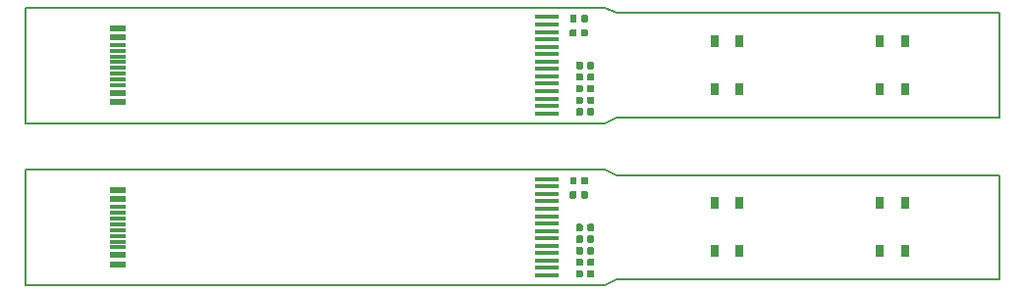
<source format=gbp>
%MOIN*%
%OFA0B0*%
%FSLAX46Y46*%
%IPPOS*%
%LPD*%
%ADD10C,0.005905511811023622*%
%ADD11R,0.057086614173228349X0.023622047244094488*%
%ADD12R,0.057086614173228349X0.011811023622047244*%
%ADD13R,0.025590551181102365X0.041338582677165357*%
%ADD14R,0.07874015748031496X0.012598425196850395*%
%ADD15C,0.0039370078740157488*%
%ADD16C,0.023228346456692913*%
%ADD27C,0.005905511811023622*%
%ADD28R,0.057086614173228349X0.023622047244094488*%
%ADD29R,0.057086614173228349X0.011811023622047244*%
%ADD30R,0.025590551181102365X0.041338582677165357*%
%ADD31R,0.07874015748031496X0.012598425196850395*%
%ADD32C,0.0039370078740157488*%
%ADD33C,0.023228346456692913*%
D10*
X0002007874Y0001279527D02*
X0003307086Y0001279527D01*
X0001968503Y0001299212D02*
X0002007874Y0001279527D01*
X0001968503Y0000905511D02*
X0002007874Y0000925196D01*
X0002007874Y0000925196D02*
X0003307086Y0000925196D01*
X0000000000Y0001299212D02*
X0000000000Y0000905511D01*
X0001968503Y0000905511D02*
X0000000000Y0000905511D01*
X0003307086Y0001279527D02*
X0003307086Y0000925196D01*
X0000000000Y0001299212D02*
X0001968503Y0001299212D01*
D11*
X0000314960Y0001228740D03*
X0000314960Y0001197244D03*
D12*
X0000314960Y0001171653D03*
X0000314960Y0001151968D03*
X0000314960Y0001132283D03*
X0000314960Y0001112598D03*
X0000314960Y0001092913D03*
X0000314960Y0001073228D03*
X0000314960Y0001053543D03*
X0000314960Y0001033858D03*
D11*
X0000314960Y0001008267D03*
X0000314960Y0000976771D03*
D13*
X0002901574Y0001184055D03*
X0002901574Y0001020669D03*
X0002986220Y0001184055D03*
X0002986220Y0001020669D03*
X0002424212Y0001020669D03*
X0002424212Y0001184055D03*
X0002339566Y0001020669D03*
X0002339566Y0001184055D03*
D14*
X0001771653Y0001266141D03*
X0001771653Y0001240944D03*
X0001771653Y0001215747D03*
X0001771653Y0001190551D03*
X0001771653Y0001165354D03*
X0001771653Y0001140157D03*
X0001771653Y0001114960D03*
X0001771653Y0001089763D03*
X0001771653Y0001064566D03*
X0001771653Y0001039370D03*
X0001771653Y0001014173D03*
X0001771653Y0000988976D03*
X0001771653Y0000963779D03*
X0001771653Y0000938582D03*
D15*
G36*
X0001904407Y0001225168D02*
G01*
X0001904971Y0001225085D01*
X0001905524Y0001224946D01*
X0001906060Y0001224754D01*
X0001906576Y0001224511D01*
X0001907064Y0001224218D01*
X0001907522Y0001223878D01*
X0001907944Y0001223495D01*
X0001908327Y0001223073D01*
X0001908667Y0001222615D01*
X0001908959Y0001222127D01*
X0001909203Y0001221612D01*
X0001909395Y0001221075D01*
X0001909534Y0001220522D01*
X0001909617Y0001219958D01*
X0001909645Y0001219389D01*
X0001909645Y0001205807D01*
X0001909617Y0001205237D01*
X0001909534Y0001204674D01*
X0001909395Y0001204121D01*
X0001909203Y0001203584D01*
X0001908959Y0001203069D01*
X0001908667Y0001202580D01*
X0001908327Y0001202123D01*
X0001907944Y0001201700D01*
X0001907522Y0001201318D01*
X0001907064Y0001200978D01*
X0001906576Y0001200685D01*
X0001906060Y0001200442D01*
X0001905524Y0001200250D01*
X0001904971Y0001200111D01*
X0001904407Y0001200027D01*
X0001903838Y0001200000D01*
X0001892224Y0001200000D01*
X0001891655Y0001200027D01*
X0001891091Y0001200111D01*
X0001890538Y0001200250D01*
X0001890002Y0001200442D01*
X0001889486Y0001200685D01*
X0001888998Y0001200978D01*
X0001888540Y0001201318D01*
X0001888118Y0001201700D01*
X0001887735Y0001202123D01*
X0001887395Y0001202580D01*
X0001887103Y0001203069D01*
X0001886859Y0001203584D01*
X0001886667Y0001204121D01*
X0001886528Y0001204674D01*
X0001886445Y0001205237D01*
X0001886417Y0001205807D01*
X0001886417Y0001219389D01*
X0001886445Y0001219958D01*
X0001886528Y0001220522D01*
X0001886667Y0001221075D01*
X0001886859Y0001221612D01*
X0001887103Y0001222127D01*
X0001887395Y0001222615D01*
X0001887735Y0001223073D01*
X0001888118Y0001223495D01*
X0001888540Y0001223878D01*
X0001888998Y0001224218D01*
X0001889486Y0001224511D01*
X0001890002Y0001224754D01*
X0001890538Y0001224946D01*
X0001891091Y0001225085D01*
X0001891655Y0001225168D01*
X0001892224Y0001225196D01*
X0001903838Y0001225196D01*
X0001904407Y0001225168D01*
X0001904407Y0001225168D01*
G37*
D16*
X0001898031Y0001212598D03*
D15*
G36*
X0001866218Y0001225168D02*
G01*
X0001866782Y0001225085D01*
X0001867335Y0001224946D01*
X0001867871Y0001224754D01*
X0001868387Y0001224511D01*
X0001868875Y0001224218D01*
X0001869333Y0001223878D01*
X0001869755Y0001223495D01*
X0001870138Y0001223073D01*
X0001870478Y0001222615D01*
X0001870770Y0001222127D01*
X0001871014Y0001221612D01*
X0001871206Y0001221075D01*
X0001871345Y0001220522D01*
X0001871428Y0001219958D01*
X0001871456Y0001219389D01*
X0001871456Y0001205807D01*
X0001871428Y0001205237D01*
X0001871345Y0001204674D01*
X0001871206Y0001204121D01*
X0001871014Y0001203584D01*
X0001870770Y0001203069D01*
X0001870478Y0001202580D01*
X0001870138Y0001202123D01*
X0001869755Y0001201700D01*
X0001869333Y0001201318D01*
X0001868875Y0001200978D01*
X0001868387Y0001200685D01*
X0001867871Y0001200442D01*
X0001867335Y0001200250D01*
X0001866782Y0001200111D01*
X0001866218Y0001200027D01*
X0001865649Y0001200000D01*
X0001854035Y0001200000D01*
X0001853466Y0001200027D01*
X0001852902Y0001200111D01*
X0001852349Y0001200250D01*
X0001851813Y0001200442D01*
X0001851297Y0001200685D01*
X0001850809Y0001200978D01*
X0001850351Y0001201318D01*
X0001849929Y0001201700D01*
X0001849546Y0001202123D01*
X0001849207Y0001202580D01*
X0001848914Y0001203069D01*
X0001848670Y0001203584D01*
X0001848478Y0001204121D01*
X0001848339Y0001204674D01*
X0001848256Y0001205237D01*
X0001848228Y0001205807D01*
X0001848228Y0001219389D01*
X0001848256Y0001219958D01*
X0001848339Y0001220522D01*
X0001848478Y0001221075D01*
X0001848670Y0001221612D01*
X0001848914Y0001222127D01*
X0001849207Y0001222615D01*
X0001849546Y0001223073D01*
X0001849929Y0001223495D01*
X0001850351Y0001223878D01*
X0001850809Y0001224218D01*
X0001851297Y0001224511D01*
X0001851813Y0001224754D01*
X0001852349Y0001224946D01*
X0001852902Y0001225085D01*
X0001853466Y0001225168D01*
X0001854035Y0001225196D01*
X0001865649Y0001225196D01*
X0001866218Y0001225168D01*
X0001866218Y0001225168D01*
G37*
D16*
X0001859842Y0001212598D03*
D15*
G36*
X0001926061Y0000995838D02*
G01*
X0001926625Y0000995754D01*
X0001927177Y0000995616D01*
X0001927714Y0000995424D01*
X0001928229Y0000995180D01*
X0001928718Y0000994887D01*
X0001929176Y0000994547D01*
X0001929598Y0000994165D01*
X0001929981Y0000993743D01*
X0001930320Y0000993285D01*
X0001930613Y0000992796D01*
X0001930857Y0000992281D01*
X0001931049Y0000991744D01*
X0001931187Y0000991191D01*
X0001931271Y0000990628D01*
X0001931299Y0000990059D01*
X0001931299Y0000976476D01*
X0001931271Y0000975907D01*
X0001931187Y0000975343D01*
X0001931049Y0000974790D01*
X0001930857Y0000974254D01*
X0001930613Y0000973738D01*
X0001930320Y0000973250D01*
X0001929981Y0000972792D01*
X0001929598Y0000972370D01*
X0001929176Y0000971987D01*
X0001928718Y0000971647D01*
X0001928229Y0000971354D01*
X0001927714Y0000971111D01*
X0001927177Y0000970919D01*
X0001926625Y0000970780D01*
X0001926061Y0000970697D01*
X0001925492Y0000970669D01*
X0001913877Y0000970669D01*
X0001913308Y0000970697D01*
X0001912745Y0000970780D01*
X0001912192Y0000970919D01*
X0001911655Y0000971111D01*
X0001911140Y0000971354D01*
X0001910651Y0000971647D01*
X0001910193Y0000971987D01*
X0001909771Y0000972370D01*
X0001909389Y0000972792D01*
X0001909049Y0000973250D01*
X0001908756Y0000973738D01*
X0001908512Y0000974254D01*
X0001908320Y0000974790D01*
X0001908182Y0000975343D01*
X0001908098Y0000975907D01*
X0001908070Y0000976476D01*
X0001908070Y0000990059D01*
X0001908098Y0000990628D01*
X0001908182Y0000991191D01*
X0001908320Y0000991744D01*
X0001908512Y0000992281D01*
X0001908756Y0000992796D01*
X0001909049Y0000993285D01*
X0001909389Y0000993743D01*
X0001909771Y0000994165D01*
X0001910193Y0000994547D01*
X0001910651Y0000994887D01*
X0001911140Y0000995180D01*
X0001911655Y0000995424D01*
X0001912192Y0000995616D01*
X0001912745Y0000995754D01*
X0001913308Y0000995838D01*
X0001913877Y0000995866D01*
X0001925492Y0000995866D01*
X0001926061Y0000995838D01*
X0001926061Y0000995838D01*
G37*
D16*
X0001919685Y0000983267D03*
D15*
G36*
X0001887872Y0000995838D02*
G01*
X0001888436Y0000995754D01*
X0001888988Y0000995616D01*
X0001889525Y0000995424D01*
X0001890040Y0000995180D01*
X0001890529Y0000994887D01*
X0001890987Y0000994547D01*
X0001891409Y0000994165D01*
X0001891792Y0000993743D01*
X0001892131Y0000993285D01*
X0001892424Y0000992796D01*
X0001892668Y0000992281D01*
X0001892860Y0000991744D01*
X0001892998Y0000991191D01*
X0001893082Y0000990628D01*
X0001893110Y0000990059D01*
X0001893110Y0000976476D01*
X0001893082Y0000975907D01*
X0001892998Y0000975343D01*
X0001892860Y0000974790D01*
X0001892668Y0000974254D01*
X0001892424Y0000973738D01*
X0001892131Y0000973250D01*
X0001891792Y0000972792D01*
X0001891409Y0000972370D01*
X0001890987Y0000971987D01*
X0001890529Y0000971647D01*
X0001890040Y0000971354D01*
X0001889525Y0000971111D01*
X0001888988Y0000970919D01*
X0001888436Y0000970780D01*
X0001887872Y0000970697D01*
X0001887303Y0000970669D01*
X0001875688Y0000970669D01*
X0001875119Y0000970697D01*
X0001874556Y0000970780D01*
X0001874003Y0000970919D01*
X0001873466Y0000971111D01*
X0001872951Y0000971354D01*
X0001872462Y0000971647D01*
X0001872005Y0000971987D01*
X0001871582Y0000972370D01*
X0001871200Y0000972792D01*
X0001870860Y0000973250D01*
X0001870567Y0000973738D01*
X0001870323Y0000974254D01*
X0001870131Y0000974790D01*
X0001869993Y0000975343D01*
X0001869909Y0000975907D01*
X0001869881Y0000976476D01*
X0001869881Y0000990059D01*
X0001869909Y0000990628D01*
X0001869993Y0000991191D01*
X0001870131Y0000991744D01*
X0001870323Y0000992281D01*
X0001870567Y0000992796D01*
X0001870860Y0000993285D01*
X0001871200Y0000993743D01*
X0001871582Y0000994165D01*
X0001872005Y0000994547D01*
X0001872462Y0000994887D01*
X0001872951Y0000995180D01*
X0001873466Y0000995424D01*
X0001874003Y0000995616D01*
X0001874556Y0000995754D01*
X0001875119Y0000995838D01*
X0001875688Y0000995866D01*
X0001887303Y0000995866D01*
X0001887872Y0000995838D01*
X0001887872Y0000995838D01*
G37*
D16*
X0001881496Y0000983267D03*
D15*
G36*
X0001867203Y0001273397D02*
G01*
X0001867766Y0001273313D01*
X0001868319Y0001273175D01*
X0001868856Y0001272983D01*
X0001869371Y0001272739D01*
X0001869860Y0001272446D01*
X0001870317Y0001272107D01*
X0001870740Y0001271724D01*
X0001871122Y0001271302D01*
X0001871462Y0001270844D01*
X0001871755Y0001270355D01*
X0001871998Y0001269840D01*
X0001872190Y0001269303D01*
X0001872329Y0001268751D01*
X0001872412Y0001268187D01*
X0001872440Y0001267618D01*
X0001872440Y0001254035D01*
X0001872412Y0001253466D01*
X0001872329Y0001252902D01*
X0001872190Y0001252349D01*
X0001871998Y0001251813D01*
X0001871755Y0001251297D01*
X0001871462Y0001250809D01*
X0001871122Y0001250351D01*
X0001870740Y0001249929D01*
X0001870317Y0001249546D01*
X0001869860Y0001249206D01*
X0001869371Y0001248914D01*
X0001868856Y0001248670D01*
X0001868319Y0001248478D01*
X0001867766Y0001248339D01*
X0001867203Y0001248256D01*
X0001866633Y0001248228D01*
X0001855019Y0001248228D01*
X0001854450Y0001248256D01*
X0001853886Y0001248339D01*
X0001853333Y0001248478D01*
X0001852797Y0001248670D01*
X0001852282Y0001248914D01*
X0001851793Y0001249206D01*
X0001851335Y0001249546D01*
X0001850913Y0001249929D01*
X0001850530Y0001250351D01*
X0001850191Y0001250809D01*
X0001849898Y0001251297D01*
X0001849654Y0001251813D01*
X0001849462Y0001252349D01*
X0001849324Y0001252902D01*
X0001849240Y0001253466D01*
X0001849212Y0001254035D01*
X0001849212Y0001267618D01*
X0001849240Y0001268187D01*
X0001849324Y0001268751D01*
X0001849462Y0001269303D01*
X0001849654Y0001269840D01*
X0001849898Y0001270355D01*
X0001850191Y0001270844D01*
X0001850530Y0001271302D01*
X0001850913Y0001271724D01*
X0001851335Y0001272107D01*
X0001851793Y0001272446D01*
X0001852282Y0001272739D01*
X0001852797Y0001272983D01*
X0001853333Y0001273175D01*
X0001853886Y0001273313D01*
X0001854450Y0001273397D01*
X0001855019Y0001273425D01*
X0001866633Y0001273425D01*
X0001867203Y0001273397D01*
X0001867203Y0001273397D01*
G37*
D16*
X0001860826Y0001260826D03*
D15*
G36*
X0001905392Y0001273397D02*
G01*
X0001905955Y0001273313D01*
X0001906508Y0001273175D01*
X0001907045Y0001272983D01*
X0001907560Y0001272739D01*
X0001908049Y0001272446D01*
X0001908506Y0001272107D01*
X0001908929Y0001271724D01*
X0001909311Y0001271302D01*
X0001909651Y0001270844D01*
X0001909944Y0001270355D01*
X0001910187Y0001269840D01*
X0001910379Y0001269303D01*
X0001910518Y0001268751D01*
X0001910601Y0001268187D01*
X0001910629Y0001267618D01*
X0001910629Y0001254035D01*
X0001910601Y0001253466D01*
X0001910518Y0001252902D01*
X0001910379Y0001252349D01*
X0001910187Y0001251813D01*
X0001909944Y0001251297D01*
X0001909651Y0001250809D01*
X0001909311Y0001250351D01*
X0001908929Y0001249929D01*
X0001908506Y0001249546D01*
X0001908049Y0001249206D01*
X0001907560Y0001248914D01*
X0001907045Y0001248670D01*
X0001906508Y0001248478D01*
X0001905955Y0001248339D01*
X0001905392Y0001248256D01*
X0001904822Y0001248228D01*
X0001893208Y0001248228D01*
X0001892639Y0001248256D01*
X0001892075Y0001248339D01*
X0001891522Y0001248478D01*
X0001890986Y0001248670D01*
X0001890471Y0001248914D01*
X0001889982Y0001249206D01*
X0001889524Y0001249546D01*
X0001889102Y0001249929D01*
X0001888719Y0001250351D01*
X0001888380Y0001250809D01*
X0001888087Y0001251297D01*
X0001887843Y0001251813D01*
X0001887651Y0001252349D01*
X0001887513Y0001252902D01*
X0001887429Y0001253466D01*
X0001887401Y0001254035D01*
X0001887401Y0001267618D01*
X0001887429Y0001268187D01*
X0001887513Y0001268751D01*
X0001887651Y0001269303D01*
X0001887843Y0001269840D01*
X0001888087Y0001270355D01*
X0001888380Y0001270844D01*
X0001888719Y0001271302D01*
X0001889102Y0001271724D01*
X0001889524Y0001272107D01*
X0001889982Y0001272446D01*
X0001890471Y0001272739D01*
X0001890986Y0001272983D01*
X0001891522Y0001273175D01*
X0001892075Y0001273313D01*
X0001892639Y0001273397D01*
X0001893208Y0001273425D01*
X0001904822Y0001273425D01*
X0001905392Y0001273397D01*
X0001905392Y0001273397D01*
G37*
D16*
X0001899015Y0001260826D03*
D15*
G36*
X0001926061Y0000956468D02*
G01*
X0001926625Y0000956384D01*
X0001927177Y0000956246D01*
X0001927714Y0000956054D01*
X0001928229Y0000955810D01*
X0001928718Y0000955517D01*
X0001929176Y0000955177D01*
X0001929598Y0000954795D01*
X0001929981Y0000954372D01*
X0001930320Y0000953915D01*
X0001930613Y0000953426D01*
X0001930857Y0000952911D01*
X0001931049Y0000952374D01*
X0001931187Y0000951821D01*
X0001931271Y0000951258D01*
X0001931299Y0000950688D01*
X0001931299Y0000937106D01*
X0001931271Y0000936537D01*
X0001931187Y0000935973D01*
X0001931049Y0000935420D01*
X0001930857Y0000934884D01*
X0001930613Y0000934368D01*
X0001930320Y0000933880D01*
X0001929981Y0000933422D01*
X0001929598Y0000933000D01*
X0001929176Y0000932617D01*
X0001928718Y0000932277D01*
X0001928229Y0000931984D01*
X0001927714Y0000931741D01*
X0001927177Y0000931549D01*
X0001926625Y0000931410D01*
X0001926061Y0000931327D01*
X0001925492Y0000931299D01*
X0001913877Y0000931299D01*
X0001913308Y0000931327D01*
X0001912745Y0000931410D01*
X0001912192Y0000931549D01*
X0001911655Y0000931741D01*
X0001911140Y0000931984D01*
X0001910651Y0000932277D01*
X0001910193Y0000932617D01*
X0001909771Y0000933000D01*
X0001909389Y0000933422D01*
X0001909049Y0000933880D01*
X0001908756Y0000934368D01*
X0001908512Y0000934884D01*
X0001908320Y0000935420D01*
X0001908182Y0000935973D01*
X0001908098Y0000936537D01*
X0001908070Y0000937106D01*
X0001908070Y0000950688D01*
X0001908098Y0000951258D01*
X0001908182Y0000951821D01*
X0001908320Y0000952374D01*
X0001908512Y0000952911D01*
X0001908756Y0000953426D01*
X0001909049Y0000953915D01*
X0001909389Y0000954372D01*
X0001909771Y0000954795D01*
X0001910193Y0000955177D01*
X0001910651Y0000955517D01*
X0001911140Y0000955810D01*
X0001911655Y0000956054D01*
X0001912192Y0000956246D01*
X0001912745Y0000956384D01*
X0001913308Y0000956468D01*
X0001913877Y0000956496D01*
X0001925492Y0000956496D01*
X0001926061Y0000956468D01*
X0001926061Y0000956468D01*
G37*
D16*
X0001919685Y0000943897D03*
D15*
G36*
X0001887872Y0000956468D02*
G01*
X0001888436Y0000956384D01*
X0001888988Y0000956246D01*
X0001889525Y0000956054D01*
X0001890040Y0000955810D01*
X0001890529Y0000955517D01*
X0001890987Y0000955177D01*
X0001891409Y0000954795D01*
X0001891792Y0000954372D01*
X0001892131Y0000953915D01*
X0001892424Y0000953426D01*
X0001892668Y0000952911D01*
X0001892860Y0000952374D01*
X0001892998Y0000951821D01*
X0001893082Y0000951258D01*
X0001893110Y0000950688D01*
X0001893110Y0000937106D01*
X0001893082Y0000936537D01*
X0001892998Y0000935973D01*
X0001892860Y0000935420D01*
X0001892668Y0000934884D01*
X0001892424Y0000934368D01*
X0001892131Y0000933880D01*
X0001891792Y0000933422D01*
X0001891409Y0000933000D01*
X0001890987Y0000932617D01*
X0001890529Y0000932277D01*
X0001890040Y0000931984D01*
X0001889525Y0000931741D01*
X0001888988Y0000931549D01*
X0001888436Y0000931410D01*
X0001887872Y0000931327D01*
X0001887303Y0000931299D01*
X0001875688Y0000931299D01*
X0001875119Y0000931327D01*
X0001874556Y0000931410D01*
X0001874003Y0000931549D01*
X0001873466Y0000931741D01*
X0001872951Y0000931984D01*
X0001872462Y0000932277D01*
X0001872005Y0000932617D01*
X0001871582Y0000933000D01*
X0001871200Y0000933422D01*
X0001870860Y0000933880D01*
X0001870567Y0000934368D01*
X0001870323Y0000934884D01*
X0001870131Y0000935420D01*
X0001869993Y0000935973D01*
X0001869909Y0000936537D01*
X0001869881Y0000937106D01*
X0001869881Y0000950688D01*
X0001869909Y0000951258D01*
X0001869993Y0000951821D01*
X0001870131Y0000952374D01*
X0001870323Y0000952911D01*
X0001870567Y0000953426D01*
X0001870860Y0000953915D01*
X0001871200Y0000954372D01*
X0001871582Y0000954795D01*
X0001872005Y0000955177D01*
X0001872462Y0000955517D01*
X0001872951Y0000955810D01*
X0001873466Y0000956054D01*
X0001874003Y0000956246D01*
X0001874556Y0000956384D01*
X0001875119Y0000956468D01*
X0001875688Y0000956496D01*
X0001887303Y0000956496D01*
X0001887872Y0000956468D01*
X0001887872Y0000956468D01*
G37*
D16*
X0001881496Y0000943897D03*
D15*
G36*
X0001926061Y0001113948D02*
G01*
X0001926625Y0001113864D01*
X0001927177Y0001113726D01*
X0001927714Y0001113534D01*
X0001928229Y0001113290D01*
X0001928718Y0001112997D01*
X0001929176Y0001112658D01*
X0001929598Y0001112275D01*
X0001929981Y0001111853D01*
X0001930320Y0001111395D01*
X0001930613Y0001110906D01*
X0001930857Y0001110391D01*
X0001931049Y0001109854D01*
X0001931187Y0001109302D01*
X0001931271Y0001108738D01*
X0001931299Y0001108169D01*
X0001931299Y0001094586D01*
X0001931271Y0001094017D01*
X0001931187Y0001093453D01*
X0001931049Y0001092900D01*
X0001930857Y0001092364D01*
X0001930613Y0001091849D01*
X0001930320Y0001091360D01*
X0001929981Y0001090902D01*
X0001929598Y0001090480D01*
X0001929176Y0001090097D01*
X0001928718Y0001089758D01*
X0001928229Y0001089465D01*
X0001927714Y0001089221D01*
X0001927177Y0001089029D01*
X0001926625Y0001088891D01*
X0001926061Y0001088807D01*
X0001925492Y0001088779D01*
X0001913877Y0001088779D01*
X0001913308Y0001088807D01*
X0001912745Y0001088891D01*
X0001912192Y0001089029D01*
X0001911655Y0001089221D01*
X0001911140Y0001089465D01*
X0001910651Y0001089758D01*
X0001910193Y0001090097D01*
X0001909771Y0001090480D01*
X0001909389Y0001090902D01*
X0001909049Y0001091360D01*
X0001908756Y0001091849D01*
X0001908512Y0001092364D01*
X0001908320Y0001092900D01*
X0001908182Y0001093453D01*
X0001908098Y0001094017D01*
X0001908070Y0001094586D01*
X0001908070Y0001108169D01*
X0001908098Y0001108738D01*
X0001908182Y0001109302D01*
X0001908320Y0001109854D01*
X0001908512Y0001110391D01*
X0001908756Y0001110906D01*
X0001909049Y0001111395D01*
X0001909389Y0001111853D01*
X0001909771Y0001112275D01*
X0001910193Y0001112658D01*
X0001910651Y0001112997D01*
X0001911140Y0001113290D01*
X0001911655Y0001113534D01*
X0001912192Y0001113726D01*
X0001912745Y0001113864D01*
X0001913308Y0001113948D01*
X0001913877Y0001113976D01*
X0001925492Y0001113976D01*
X0001926061Y0001113948D01*
X0001926061Y0001113948D01*
G37*
D16*
X0001919685Y0001101377D03*
D15*
G36*
X0001887872Y0001113948D02*
G01*
X0001888436Y0001113864D01*
X0001888988Y0001113726D01*
X0001889525Y0001113534D01*
X0001890040Y0001113290D01*
X0001890529Y0001112997D01*
X0001890987Y0001112658D01*
X0001891409Y0001112275D01*
X0001891792Y0001111853D01*
X0001892131Y0001111395D01*
X0001892424Y0001110906D01*
X0001892668Y0001110391D01*
X0001892860Y0001109854D01*
X0001892998Y0001109302D01*
X0001893082Y0001108738D01*
X0001893110Y0001108169D01*
X0001893110Y0001094586D01*
X0001893082Y0001094017D01*
X0001892998Y0001093453D01*
X0001892860Y0001092900D01*
X0001892668Y0001092364D01*
X0001892424Y0001091849D01*
X0001892131Y0001091360D01*
X0001891792Y0001090902D01*
X0001891409Y0001090480D01*
X0001890987Y0001090097D01*
X0001890529Y0001089758D01*
X0001890040Y0001089465D01*
X0001889525Y0001089221D01*
X0001888988Y0001089029D01*
X0001888436Y0001088891D01*
X0001887872Y0001088807D01*
X0001887303Y0001088779D01*
X0001875688Y0001088779D01*
X0001875119Y0001088807D01*
X0001874556Y0001088891D01*
X0001874003Y0001089029D01*
X0001873466Y0001089221D01*
X0001872951Y0001089465D01*
X0001872462Y0001089758D01*
X0001872005Y0001090097D01*
X0001871582Y0001090480D01*
X0001871200Y0001090902D01*
X0001870860Y0001091360D01*
X0001870567Y0001091849D01*
X0001870323Y0001092364D01*
X0001870131Y0001092900D01*
X0001869993Y0001093453D01*
X0001869909Y0001094017D01*
X0001869881Y0001094586D01*
X0001869881Y0001108169D01*
X0001869909Y0001108738D01*
X0001869993Y0001109302D01*
X0001870131Y0001109854D01*
X0001870323Y0001110391D01*
X0001870567Y0001110906D01*
X0001870860Y0001111395D01*
X0001871200Y0001111853D01*
X0001871582Y0001112275D01*
X0001872005Y0001112658D01*
X0001872462Y0001112997D01*
X0001872951Y0001113290D01*
X0001873466Y0001113534D01*
X0001874003Y0001113726D01*
X0001874556Y0001113864D01*
X0001875119Y0001113948D01*
X0001875688Y0001113976D01*
X0001887303Y0001113976D01*
X0001887872Y0001113948D01*
X0001887872Y0001113948D01*
G37*
D16*
X0001881496Y0001101377D03*
D15*
G36*
X0001926061Y0001035208D02*
G01*
X0001926625Y0001035124D01*
X0001927177Y0001034986D01*
X0001927714Y0001034794D01*
X0001928229Y0001034550D01*
X0001928718Y0001034257D01*
X0001929176Y0001033918D01*
X0001929598Y0001033535D01*
X0001929981Y0001033113D01*
X0001930320Y0001032655D01*
X0001930613Y0001032166D01*
X0001930857Y0001031651D01*
X0001931049Y0001031114D01*
X0001931187Y0001030562D01*
X0001931271Y0001029998D01*
X0001931299Y0001029429D01*
X0001931299Y0001015846D01*
X0001931271Y0001015277D01*
X0001931187Y0001014713D01*
X0001931049Y0001014160D01*
X0001930857Y0001013624D01*
X0001930613Y0001013108D01*
X0001930320Y0001012620D01*
X0001929981Y0001012162D01*
X0001929598Y0001011740D01*
X0001929176Y0001011357D01*
X0001928718Y0001011017D01*
X0001928229Y0001010725D01*
X0001927714Y0001010481D01*
X0001927177Y0001010289D01*
X0001926625Y0001010150D01*
X0001926061Y0001010067D01*
X0001925492Y0001010039D01*
X0001913877Y0001010039D01*
X0001913308Y0001010067D01*
X0001912745Y0001010150D01*
X0001912192Y0001010289D01*
X0001911655Y0001010481D01*
X0001911140Y0001010725D01*
X0001910651Y0001011017D01*
X0001910193Y0001011357D01*
X0001909771Y0001011740D01*
X0001909389Y0001012162D01*
X0001909049Y0001012620D01*
X0001908756Y0001013108D01*
X0001908512Y0001013624D01*
X0001908320Y0001014160D01*
X0001908182Y0001014713D01*
X0001908098Y0001015277D01*
X0001908070Y0001015846D01*
X0001908070Y0001029429D01*
X0001908098Y0001029998D01*
X0001908182Y0001030562D01*
X0001908320Y0001031114D01*
X0001908512Y0001031651D01*
X0001908756Y0001032166D01*
X0001909049Y0001032655D01*
X0001909389Y0001033113D01*
X0001909771Y0001033535D01*
X0001910193Y0001033918D01*
X0001910651Y0001034257D01*
X0001911140Y0001034550D01*
X0001911655Y0001034794D01*
X0001912192Y0001034986D01*
X0001912745Y0001035124D01*
X0001913308Y0001035208D01*
X0001913877Y0001035236D01*
X0001925492Y0001035236D01*
X0001926061Y0001035208D01*
X0001926061Y0001035208D01*
G37*
D16*
X0001919685Y0001022637D03*
D15*
G36*
X0001887872Y0001035208D02*
G01*
X0001888436Y0001035124D01*
X0001888988Y0001034986D01*
X0001889525Y0001034794D01*
X0001890040Y0001034550D01*
X0001890529Y0001034257D01*
X0001890987Y0001033918D01*
X0001891409Y0001033535D01*
X0001891792Y0001033113D01*
X0001892131Y0001032655D01*
X0001892424Y0001032166D01*
X0001892668Y0001031651D01*
X0001892860Y0001031114D01*
X0001892998Y0001030562D01*
X0001893082Y0001029998D01*
X0001893110Y0001029429D01*
X0001893110Y0001015846D01*
X0001893082Y0001015277D01*
X0001892998Y0001014713D01*
X0001892860Y0001014160D01*
X0001892668Y0001013624D01*
X0001892424Y0001013108D01*
X0001892131Y0001012620D01*
X0001891792Y0001012162D01*
X0001891409Y0001011740D01*
X0001890987Y0001011357D01*
X0001890529Y0001011017D01*
X0001890040Y0001010725D01*
X0001889525Y0001010481D01*
X0001888988Y0001010289D01*
X0001888436Y0001010150D01*
X0001887872Y0001010067D01*
X0001887303Y0001010039D01*
X0001875688Y0001010039D01*
X0001875119Y0001010067D01*
X0001874556Y0001010150D01*
X0001874003Y0001010289D01*
X0001873466Y0001010481D01*
X0001872951Y0001010725D01*
X0001872462Y0001011017D01*
X0001872005Y0001011357D01*
X0001871582Y0001011740D01*
X0001871200Y0001012162D01*
X0001870860Y0001012620D01*
X0001870567Y0001013108D01*
X0001870323Y0001013624D01*
X0001870131Y0001014160D01*
X0001869993Y0001014713D01*
X0001869909Y0001015277D01*
X0001869881Y0001015846D01*
X0001869881Y0001029429D01*
X0001869909Y0001029998D01*
X0001869993Y0001030562D01*
X0001870131Y0001031114D01*
X0001870323Y0001031651D01*
X0001870567Y0001032166D01*
X0001870860Y0001032655D01*
X0001871200Y0001033113D01*
X0001871582Y0001033535D01*
X0001872005Y0001033918D01*
X0001872462Y0001034257D01*
X0001872951Y0001034550D01*
X0001873466Y0001034794D01*
X0001874003Y0001034986D01*
X0001874556Y0001035124D01*
X0001875119Y0001035208D01*
X0001875688Y0001035236D01*
X0001887303Y0001035236D01*
X0001887872Y0001035208D01*
X0001887872Y0001035208D01*
G37*
D16*
X0001881496Y0001022637D03*
D15*
G36*
X0001926061Y0001074578D02*
G01*
X0001926625Y0001074494D01*
X0001927177Y0001074356D01*
X0001927714Y0001074164D01*
X0001928229Y0001073920D01*
X0001928718Y0001073627D01*
X0001929176Y0001073288D01*
X0001929598Y0001072905D01*
X0001929981Y0001072483D01*
X0001930320Y0001072025D01*
X0001930613Y0001071536D01*
X0001930857Y0001071021D01*
X0001931049Y0001070484D01*
X0001931187Y0001069932D01*
X0001931271Y0001069368D01*
X0001931299Y0001068799D01*
X0001931299Y0001055216D01*
X0001931271Y0001054647D01*
X0001931187Y0001054083D01*
X0001931049Y0001053530D01*
X0001930857Y0001052994D01*
X0001930613Y0001052479D01*
X0001930320Y0001051990D01*
X0001929981Y0001051532D01*
X0001929598Y0001051110D01*
X0001929176Y0001050727D01*
X0001928718Y0001050388D01*
X0001928229Y0001050095D01*
X0001927714Y0001049851D01*
X0001927177Y0001049659D01*
X0001926625Y0001049520D01*
X0001926061Y0001049437D01*
X0001925492Y0001049409D01*
X0001913877Y0001049409D01*
X0001913308Y0001049437D01*
X0001912745Y0001049520D01*
X0001912192Y0001049659D01*
X0001911655Y0001049851D01*
X0001911140Y0001050095D01*
X0001910651Y0001050388D01*
X0001910193Y0001050727D01*
X0001909771Y0001051110D01*
X0001909389Y0001051532D01*
X0001909049Y0001051990D01*
X0001908756Y0001052479D01*
X0001908512Y0001052994D01*
X0001908320Y0001053530D01*
X0001908182Y0001054083D01*
X0001908098Y0001054647D01*
X0001908070Y0001055216D01*
X0001908070Y0001068799D01*
X0001908098Y0001069368D01*
X0001908182Y0001069932D01*
X0001908320Y0001070484D01*
X0001908512Y0001071021D01*
X0001908756Y0001071536D01*
X0001909049Y0001072025D01*
X0001909389Y0001072483D01*
X0001909771Y0001072905D01*
X0001910193Y0001073288D01*
X0001910651Y0001073627D01*
X0001911140Y0001073920D01*
X0001911655Y0001074164D01*
X0001912192Y0001074356D01*
X0001912745Y0001074494D01*
X0001913308Y0001074578D01*
X0001913877Y0001074606D01*
X0001925492Y0001074606D01*
X0001926061Y0001074578D01*
X0001926061Y0001074578D01*
G37*
D16*
X0001919685Y0001062007D03*
D15*
G36*
X0001887872Y0001074578D02*
G01*
X0001888436Y0001074494D01*
X0001888988Y0001074356D01*
X0001889525Y0001074164D01*
X0001890040Y0001073920D01*
X0001890529Y0001073627D01*
X0001890987Y0001073288D01*
X0001891409Y0001072905D01*
X0001891792Y0001072483D01*
X0001892131Y0001072025D01*
X0001892424Y0001071536D01*
X0001892668Y0001071021D01*
X0001892860Y0001070484D01*
X0001892998Y0001069932D01*
X0001893082Y0001069368D01*
X0001893110Y0001068799D01*
X0001893110Y0001055216D01*
X0001893082Y0001054647D01*
X0001892998Y0001054083D01*
X0001892860Y0001053530D01*
X0001892668Y0001052994D01*
X0001892424Y0001052479D01*
X0001892131Y0001051990D01*
X0001891792Y0001051532D01*
X0001891409Y0001051110D01*
X0001890987Y0001050727D01*
X0001890529Y0001050388D01*
X0001890040Y0001050095D01*
X0001889525Y0001049851D01*
X0001888988Y0001049659D01*
X0001888436Y0001049520D01*
X0001887872Y0001049437D01*
X0001887303Y0001049409D01*
X0001875688Y0001049409D01*
X0001875119Y0001049437D01*
X0001874556Y0001049520D01*
X0001874003Y0001049659D01*
X0001873466Y0001049851D01*
X0001872951Y0001050095D01*
X0001872462Y0001050388D01*
X0001872005Y0001050727D01*
X0001871582Y0001051110D01*
X0001871200Y0001051532D01*
X0001870860Y0001051990D01*
X0001870567Y0001052479D01*
X0001870323Y0001052994D01*
X0001870131Y0001053530D01*
X0001869993Y0001054083D01*
X0001869909Y0001054647D01*
X0001869881Y0001055216D01*
X0001869881Y0001068799D01*
X0001869909Y0001069368D01*
X0001869993Y0001069932D01*
X0001870131Y0001070484D01*
X0001870323Y0001071021D01*
X0001870567Y0001071536D01*
X0001870860Y0001072025D01*
X0001871200Y0001072483D01*
X0001871582Y0001072905D01*
X0001872005Y0001073288D01*
X0001872462Y0001073627D01*
X0001872951Y0001073920D01*
X0001873466Y0001074164D01*
X0001874003Y0001074356D01*
X0001874556Y0001074494D01*
X0001875119Y0001074578D01*
X0001875688Y0001074606D01*
X0001887303Y0001074606D01*
X0001887872Y0001074578D01*
X0001887872Y0001074578D01*
G37*
D16*
X0001881496Y0001062007D03*
G04 next file*
G04 #@! TF.GenerationSoftware,KiCad,Pcbnew,5.1.4+dfsg1-1*
G04 #@! TF.CreationDate,2019-12-23T21:39:53+01:00*
G04 #@! TF.ProjectId,TS100C,54533130-3043-42e6-9b69-6361645f7063,rev?*
G04 #@! TF.SameCoordinates,Original*
G04 #@! TF.FileFunction,Paste,Bot*
G04 #@! TF.FilePolarity,Positive*
G04 Gerber Fmt 4.6, Leading zero omitted, Abs format (unit mm)*
G04 Created by KiCad (PCBNEW 5.1.4+dfsg1-1) date 2019-12-23 21:39:53*
G04 APERTURE LIST*
G04 APERTURE END LIST*
D27*
X0002007874Y0000728346D02*
X0003307086Y0000728346D01*
X0001968503Y0000748031D02*
X0002007874Y0000728346D01*
X0001968503Y0000354330D02*
X0002007874Y0000374015D01*
X0002007874Y0000374015D02*
X0003307086Y0000374015D01*
X0000000000Y0000748031D02*
X0000000000Y0000354330D01*
X0001968503Y0000354330D02*
X0000000000Y0000354330D01*
X0003307086Y0000728346D02*
X0003307086Y0000374015D01*
X0000000000Y0000748031D02*
X0001968503Y0000748031D01*
D28*
X0000314960Y0000677559D03*
X0000314960Y0000646062D03*
D29*
X0000314960Y0000620472D03*
X0000314960Y0000600787D03*
X0000314960Y0000581102D03*
X0000314960Y0000561417D03*
X0000314960Y0000541732D03*
X0000314960Y0000522047D03*
X0000314960Y0000502362D03*
X0000314960Y0000482677D03*
D28*
X0000314960Y0000457086D03*
X0000314960Y0000425590D03*
D30*
X0002901574Y0000632874D03*
X0002901574Y0000469488D03*
X0002986220Y0000632874D03*
X0002986220Y0000469488D03*
X0002424212Y0000469488D03*
X0002424212Y0000632874D03*
X0002339566Y0000469488D03*
X0002339566Y0000632874D03*
D31*
X0001771653Y0000714960D03*
X0001771653Y0000689763D03*
X0001771653Y0000664566D03*
X0001771653Y0000639370D03*
X0001771653Y0000614173D03*
X0001771653Y0000588976D03*
X0001771653Y0000563779D03*
X0001771653Y0000538582D03*
X0001771653Y0000513385D03*
X0001771653Y0000488188D03*
X0001771653Y0000462992D03*
X0001771653Y0000437795D03*
X0001771653Y0000412598D03*
X0001771653Y0000387401D03*
D32*
G36*
X0001904407Y0000673987D02*
G01*
X0001904971Y0000673904D01*
X0001905524Y0000673765D01*
X0001906060Y0000673573D01*
X0001906576Y0000673330D01*
X0001907064Y0000673037D01*
X0001907522Y0000672697D01*
X0001907944Y0000672314D01*
X0001908327Y0000671892D01*
X0001908667Y0000671434D01*
X0001908959Y0000670946D01*
X0001909203Y0000670430D01*
X0001909395Y0000669894D01*
X0001909534Y0000669341D01*
X0001909617Y0000668777D01*
X0001909645Y0000668208D01*
X0001909645Y0000654625D01*
X0001909617Y0000654056D01*
X0001909534Y0000653493D01*
X0001909395Y0000652940D01*
X0001909203Y0000652403D01*
X0001908959Y0000651888D01*
X0001908667Y0000651399D01*
X0001908327Y0000650942D01*
X0001907944Y0000650519D01*
X0001907522Y0000650137D01*
X0001907064Y0000649797D01*
X0001906576Y0000649504D01*
X0001906060Y0000649260D01*
X0001905524Y0000649068D01*
X0001904971Y0000648930D01*
X0001904407Y0000648846D01*
X0001903838Y0000648818D01*
X0001892224Y0000648818D01*
X0001891655Y0000648846D01*
X0001891091Y0000648930D01*
X0001890538Y0000649068D01*
X0001890002Y0000649260D01*
X0001889486Y0000649504D01*
X0001888998Y0000649797D01*
X0001888540Y0000650137D01*
X0001888118Y0000650519D01*
X0001887735Y0000650942D01*
X0001887395Y0000651399D01*
X0001887103Y0000651888D01*
X0001886859Y0000652403D01*
X0001886667Y0000652940D01*
X0001886528Y0000653493D01*
X0001886445Y0000654056D01*
X0001886417Y0000654625D01*
X0001886417Y0000668208D01*
X0001886445Y0000668777D01*
X0001886528Y0000669341D01*
X0001886667Y0000669894D01*
X0001886859Y0000670430D01*
X0001887103Y0000670946D01*
X0001887395Y0000671434D01*
X0001887735Y0000671892D01*
X0001888118Y0000672314D01*
X0001888540Y0000672697D01*
X0001888998Y0000673037D01*
X0001889486Y0000673330D01*
X0001890002Y0000673573D01*
X0001890538Y0000673765D01*
X0001891091Y0000673904D01*
X0001891655Y0000673987D01*
X0001892224Y0000674015D01*
X0001903838Y0000674015D01*
X0001904407Y0000673987D01*
X0001904407Y0000673987D01*
G37*
D33*
X0001898031Y0000661417D03*
D32*
G36*
X0001866218Y0000673987D02*
G01*
X0001866782Y0000673904D01*
X0001867335Y0000673765D01*
X0001867871Y0000673573D01*
X0001868387Y0000673330D01*
X0001868875Y0000673037D01*
X0001869333Y0000672697D01*
X0001869755Y0000672314D01*
X0001870138Y0000671892D01*
X0001870478Y0000671434D01*
X0001870770Y0000670946D01*
X0001871014Y0000670430D01*
X0001871206Y0000669894D01*
X0001871345Y0000669341D01*
X0001871428Y0000668777D01*
X0001871456Y0000668208D01*
X0001871456Y0000654625D01*
X0001871428Y0000654056D01*
X0001871345Y0000653493D01*
X0001871206Y0000652940D01*
X0001871014Y0000652403D01*
X0001870770Y0000651888D01*
X0001870478Y0000651399D01*
X0001870138Y0000650942D01*
X0001869755Y0000650519D01*
X0001869333Y0000650137D01*
X0001868875Y0000649797D01*
X0001868387Y0000649504D01*
X0001867871Y0000649260D01*
X0001867335Y0000649068D01*
X0001866782Y0000648930D01*
X0001866218Y0000648846D01*
X0001865649Y0000648818D01*
X0001854035Y0000648818D01*
X0001853466Y0000648846D01*
X0001852902Y0000648930D01*
X0001852349Y0000649068D01*
X0001851813Y0000649260D01*
X0001851297Y0000649504D01*
X0001850809Y0000649797D01*
X0001850351Y0000650137D01*
X0001849929Y0000650519D01*
X0001849546Y0000650942D01*
X0001849207Y0000651399D01*
X0001848914Y0000651888D01*
X0001848670Y0000652403D01*
X0001848478Y0000652940D01*
X0001848339Y0000653493D01*
X0001848256Y0000654056D01*
X0001848228Y0000654625D01*
X0001848228Y0000668208D01*
X0001848256Y0000668777D01*
X0001848339Y0000669341D01*
X0001848478Y0000669894D01*
X0001848670Y0000670430D01*
X0001848914Y0000670946D01*
X0001849207Y0000671434D01*
X0001849546Y0000671892D01*
X0001849929Y0000672314D01*
X0001850351Y0000672697D01*
X0001850809Y0000673037D01*
X0001851297Y0000673330D01*
X0001851813Y0000673573D01*
X0001852349Y0000673765D01*
X0001852902Y0000673904D01*
X0001853466Y0000673987D01*
X0001854035Y0000674015D01*
X0001865649Y0000674015D01*
X0001866218Y0000673987D01*
X0001866218Y0000673987D01*
G37*
D33*
X0001859842Y0000661417D03*
D32*
G36*
X0001926061Y0000444657D02*
G01*
X0001926625Y0000444573D01*
X0001927177Y0000444435D01*
X0001927714Y0000444242D01*
X0001928229Y0000443999D01*
X0001928718Y0000443706D01*
X0001929176Y0000443366D01*
X0001929598Y0000442984D01*
X0001929981Y0000442561D01*
X0001930320Y0000442104D01*
X0001930613Y0000441615D01*
X0001930857Y0000441100D01*
X0001931049Y0000440563D01*
X0001931187Y0000440010D01*
X0001931271Y0000439447D01*
X0001931299Y0000438877D01*
X0001931299Y0000425295D01*
X0001931271Y0000424726D01*
X0001931187Y0000424162D01*
X0001931049Y0000423609D01*
X0001930857Y0000423072D01*
X0001930613Y0000422557D01*
X0001930320Y0000422068D01*
X0001929981Y0000421611D01*
X0001929598Y0000421189D01*
X0001929176Y0000420806D01*
X0001928718Y0000420466D01*
X0001928229Y0000420173D01*
X0001927714Y0000419930D01*
X0001927177Y0000419738D01*
X0001926625Y0000419599D01*
X0001926061Y0000419516D01*
X0001925492Y0000419488D01*
X0001913877Y0000419488D01*
X0001913308Y0000419516D01*
X0001912745Y0000419599D01*
X0001912192Y0000419738D01*
X0001911655Y0000419930D01*
X0001911140Y0000420173D01*
X0001910651Y0000420466D01*
X0001910193Y0000420806D01*
X0001909771Y0000421189D01*
X0001909389Y0000421611D01*
X0001909049Y0000422068D01*
X0001908756Y0000422557D01*
X0001908512Y0000423072D01*
X0001908320Y0000423609D01*
X0001908182Y0000424162D01*
X0001908098Y0000424726D01*
X0001908070Y0000425295D01*
X0001908070Y0000438877D01*
X0001908098Y0000439447D01*
X0001908182Y0000440010D01*
X0001908320Y0000440563D01*
X0001908512Y0000441100D01*
X0001908756Y0000441615D01*
X0001909049Y0000442104D01*
X0001909389Y0000442561D01*
X0001909771Y0000442984D01*
X0001910193Y0000443366D01*
X0001910651Y0000443706D01*
X0001911140Y0000443999D01*
X0001911655Y0000444242D01*
X0001912192Y0000444435D01*
X0001912745Y0000444573D01*
X0001913308Y0000444657D01*
X0001913877Y0000444685D01*
X0001925492Y0000444685D01*
X0001926061Y0000444657D01*
X0001926061Y0000444657D01*
G37*
D33*
X0001919685Y0000432086D03*
D32*
G36*
X0001887872Y0000444657D02*
G01*
X0001888436Y0000444573D01*
X0001888988Y0000444435D01*
X0001889525Y0000444242D01*
X0001890040Y0000443999D01*
X0001890529Y0000443706D01*
X0001890987Y0000443366D01*
X0001891409Y0000442984D01*
X0001891792Y0000442561D01*
X0001892131Y0000442104D01*
X0001892424Y0000441615D01*
X0001892668Y0000441100D01*
X0001892860Y0000440563D01*
X0001892998Y0000440010D01*
X0001893082Y0000439447D01*
X0001893110Y0000438877D01*
X0001893110Y0000425295D01*
X0001893082Y0000424726D01*
X0001892998Y0000424162D01*
X0001892860Y0000423609D01*
X0001892668Y0000423072D01*
X0001892424Y0000422557D01*
X0001892131Y0000422068D01*
X0001891792Y0000421611D01*
X0001891409Y0000421189D01*
X0001890987Y0000420806D01*
X0001890529Y0000420466D01*
X0001890040Y0000420173D01*
X0001889525Y0000419930D01*
X0001888988Y0000419738D01*
X0001888436Y0000419599D01*
X0001887872Y0000419516D01*
X0001887303Y0000419488D01*
X0001875688Y0000419488D01*
X0001875119Y0000419516D01*
X0001874556Y0000419599D01*
X0001874003Y0000419738D01*
X0001873466Y0000419930D01*
X0001872951Y0000420173D01*
X0001872462Y0000420466D01*
X0001872005Y0000420806D01*
X0001871582Y0000421189D01*
X0001871200Y0000421611D01*
X0001870860Y0000422068D01*
X0001870567Y0000422557D01*
X0001870323Y0000423072D01*
X0001870131Y0000423609D01*
X0001869993Y0000424162D01*
X0001869909Y0000424726D01*
X0001869881Y0000425295D01*
X0001869881Y0000438877D01*
X0001869909Y0000439447D01*
X0001869993Y0000440010D01*
X0001870131Y0000440563D01*
X0001870323Y0000441100D01*
X0001870567Y0000441615D01*
X0001870860Y0000442104D01*
X0001871200Y0000442561D01*
X0001871582Y0000442984D01*
X0001872005Y0000443366D01*
X0001872462Y0000443706D01*
X0001872951Y0000443999D01*
X0001873466Y0000444242D01*
X0001874003Y0000444435D01*
X0001874556Y0000444573D01*
X0001875119Y0000444657D01*
X0001875688Y0000444685D01*
X0001887303Y0000444685D01*
X0001887872Y0000444657D01*
X0001887872Y0000444657D01*
G37*
D33*
X0001881496Y0000432086D03*
D32*
G36*
X0001867203Y0000722216D02*
G01*
X0001867766Y0000722132D01*
X0001868319Y0000721994D01*
X0001868856Y0000721802D01*
X0001869371Y0000721558D01*
X0001869860Y0000721265D01*
X0001870317Y0000720925D01*
X0001870740Y0000720543D01*
X0001871122Y0000720120D01*
X0001871462Y0000719663D01*
X0001871755Y0000719174D01*
X0001871998Y0000718659D01*
X0001872190Y0000718122D01*
X0001872329Y0000717569D01*
X0001872412Y0000717006D01*
X0001872440Y0000716437D01*
X0001872440Y0000702854D01*
X0001872412Y0000702285D01*
X0001872329Y0000701721D01*
X0001872190Y0000701168D01*
X0001871998Y0000700632D01*
X0001871755Y0000700116D01*
X0001871462Y0000699628D01*
X0001871122Y0000699170D01*
X0001870740Y0000698748D01*
X0001870317Y0000698365D01*
X0001869860Y0000698025D01*
X0001869371Y0000697732D01*
X0001868856Y0000697489D01*
X0001868319Y0000697297D01*
X0001867766Y0000697158D01*
X0001867203Y0000697075D01*
X0001866633Y0000697047D01*
X0001855019Y0000697047D01*
X0001854450Y0000697075D01*
X0001853886Y0000697158D01*
X0001853333Y0000697297D01*
X0001852797Y0000697489D01*
X0001852282Y0000697732D01*
X0001851793Y0000698025D01*
X0001851335Y0000698365D01*
X0001850913Y0000698748D01*
X0001850530Y0000699170D01*
X0001850191Y0000699628D01*
X0001849898Y0000700116D01*
X0001849654Y0000700632D01*
X0001849462Y0000701168D01*
X0001849324Y0000701721D01*
X0001849240Y0000702285D01*
X0001849212Y0000702854D01*
X0001849212Y0000716437D01*
X0001849240Y0000717006D01*
X0001849324Y0000717569D01*
X0001849462Y0000718122D01*
X0001849654Y0000718659D01*
X0001849898Y0000719174D01*
X0001850191Y0000719663D01*
X0001850530Y0000720120D01*
X0001850913Y0000720543D01*
X0001851335Y0000720925D01*
X0001851793Y0000721265D01*
X0001852282Y0000721558D01*
X0001852797Y0000721802D01*
X0001853333Y0000721994D01*
X0001853886Y0000722132D01*
X0001854450Y0000722216D01*
X0001855019Y0000722244D01*
X0001866633Y0000722244D01*
X0001867203Y0000722216D01*
X0001867203Y0000722216D01*
G37*
D33*
X0001860826Y0000709645D03*
D32*
G36*
X0001905392Y0000722216D02*
G01*
X0001905955Y0000722132D01*
X0001906508Y0000721994D01*
X0001907045Y0000721802D01*
X0001907560Y0000721558D01*
X0001908049Y0000721265D01*
X0001908506Y0000720925D01*
X0001908929Y0000720543D01*
X0001909311Y0000720120D01*
X0001909651Y0000719663D01*
X0001909944Y0000719174D01*
X0001910187Y0000718659D01*
X0001910379Y0000718122D01*
X0001910518Y0000717569D01*
X0001910601Y0000717006D01*
X0001910629Y0000716437D01*
X0001910629Y0000702854D01*
X0001910601Y0000702285D01*
X0001910518Y0000701721D01*
X0001910379Y0000701168D01*
X0001910187Y0000700632D01*
X0001909944Y0000700116D01*
X0001909651Y0000699628D01*
X0001909311Y0000699170D01*
X0001908929Y0000698748D01*
X0001908506Y0000698365D01*
X0001908049Y0000698025D01*
X0001907560Y0000697732D01*
X0001907045Y0000697489D01*
X0001906508Y0000697297D01*
X0001905955Y0000697158D01*
X0001905392Y0000697075D01*
X0001904822Y0000697047D01*
X0001893208Y0000697047D01*
X0001892639Y0000697075D01*
X0001892075Y0000697158D01*
X0001891522Y0000697297D01*
X0001890986Y0000697489D01*
X0001890471Y0000697732D01*
X0001889982Y0000698025D01*
X0001889524Y0000698365D01*
X0001889102Y0000698748D01*
X0001888719Y0000699170D01*
X0001888380Y0000699628D01*
X0001888087Y0000700116D01*
X0001887843Y0000700632D01*
X0001887651Y0000701168D01*
X0001887513Y0000701721D01*
X0001887429Y0000702285D01*
X0001887401Y0000702854D01*
X0001887401Y0000716437D01*
X0001887429Y0000717006D01*
X0001887513Y0000717569D01*
X0001887651Y0000718122D01*
X0001887843Y0000718659D01*
X0001888087Y0000719174D01*
X0001888380Y0000719663D01*
X0001888719Y0000720120D01*
X0001889102Y0000720543D01*
X0001889524Y0000720925D01*
X0001889982Y0000721265D01*
X0001890471Y0000721558D01*
X0001890986Y0000721802D01*
X0001891522Y0000721994D01*
X0001892075Y0000722132D01*
X0001892639Y0000722216D01*
X0001893208Y0000722244D01*
X0001904822Y0000722244D01*
X0001905392Y0000722216D01*
X0001905392Y0000722216D01*
G37*
D33*
X0001899015Y0000709645D03*
D32*
G36*
X0001926061Y0000405287D02*
G01*
X0001926625Y0000405203D01*
X0001927177Y0000405064D01*
X0001927714Y0000404872D01*
X0001928229Y0000404629D01*
X0001928718Y0000404336D01*
X0001929176Y0000403996D01*
X0001929598Y0000403614D01*
X0001929981Y0000403191D01*
X0001930320Y0000402734D01*
X0001930613Y0000402245D01*
X0001930857Y0000401730D01*
X0001931049Y0000401193D01*
X0001931187Y0000400640D01*
X0001931271Y0000400077D01*
X0001931299Y0000399507D01*
X0001931299Y0000385925D01*
X0001931271Y0000385355D01*
X0001931187Y0000384792D01*
X0001931049Y0000384239D01*
X0001930857Y0000383702D01*
X0001930613Y0000383187D01*
X0001930320Y0000382698D01*
X0001929981Y0000382241D01*
X0001929598Y0000381818D01*
X0001929176Y0000381436D01*
X0001928718Y0000381096D01*
X0001928229Y0000380803D01*
X0001927714Y0000380560D01*
X0001927177Y0000380368D01*
X0001926625Y0000380229D01*
X0001926061Y0000380146D01*
X0001925492Y0000380118D01*
X0001913877Y0000380118D01*
X0001913308Y0000380146D01*
X0001912745Y0000380229D01*
X0001912192Y0000380368D01*
X0001911655Y0000380560D01*
X0001911140Y0000380803D01*
X0001910651Y0000381096D01*
X0001910193Y0000381436D01*
X0001909771Y0000381818D01*
X0001909389Y0000382241D01*
X0001909049Y0000382698D01*
X0001908756Y0000383187D01*
X0001908512Y0000383702D01*
X0001908320Y0000384239D01*
X0001908182Y0000384792D01*
X0001908098Y0000385355D01*
X0001908070Y0000385925D01*
X0001908070Y0000399507D01*
X0001908098Y0000400077D01*
X0001908182Y0000400640D01*
X0001908320Y0000401193D01*
X0001908512Y0000401730D01*
X0001908756Y0000402245D01*
X0001909049Y0000402734D01*
X0001909389Y0000403191D01*
X0001909771Y0000403614D01*
X0001910193Y0000403996D01*
X0001910651Y0000404336D01*
X0001911140Y0000404629D01*
X0001911655Y0000404872D01*
X0001912192Y0000405064D01*
X0001912745Y0000405203D01*
X0001913308Y0000405287D01*
X0001913877Y0000405314D01*
X0001925492Y0000405314D01*
X0001926061Y0000405287D01*
X0001926061Y0000405287D01*
G37*
D33*
X0001919685Y0000392716D03*
D32*
G36*
X0001887872Y0000405287D02*
G01*
X0001888436Y0000405203D01*
X0001888988Y0000405064D01*
X0001889525Y0000404872D01*
X0001890040Y0000404629D01*
X0001890529Y0000404336D01*
X0001890987Y0000403996D01*
X0001891409Y0000403614D01*
X0001891792Y0000403191D01*
X0001892131Y0000402734D01*
X0001892424Y0000402245D01*
X0001892668Y0000401730D01*
X0001892860Y0000401193D01*
X0001892998Y0000400640D01*
X0001893082Y0000400077D01*
X0001893110Y0000399507D01*
X0001893110Y0000385925D01*
X0001893082Y0000385355D01*
X0001892998Y0000384792D01*
X0001892860Y0000384239D01*
X0001892668Y0000383702D01*
X0001892424Y0000383187D01*
X0001892131Y0000382698D01*
X0001891792Y0000382241D01*
X0001891409Y0000381818D01*
X0001890987Y0000381436D01*
X0001890529Y0000381096D01*
X0001890040Y0000380803D01*
X0001889525Y0000380560D01*
X0001888988Y0000380368D01*
X0001888436Y0000380229D01*
X0001887872Y0000380146D01*
X0001887303Y0000380118D01*
X0001875688Y0000380118D01*
X0001875119Y0000380146D01*
X0001874556Y0000380229D01*
X0001874003Y0000380368D01*
X0001873466Y0000380560D01*
X0001872951Y0000380803D01*
X0001872462Y0000381096D01*
X0001872005Y0000381436D01*
X0001871582Y0000381818D01*
X0001871200Y0000382241D01*
X0001870860Y0000382698D01*
X0001870567Y0000383187D01*
X0001870323Y0000383702D01*
X0001870131Y0000384239D01*
X0001869993Y0000384792D01*
X0001869909Y0000385355D01*
X0001869881Y0000385925D01*
X0001869881Y0000399507D01*
X0001869909Y0000400077D01*
X0001869993Y0000400640D01*
X0001870131Y0000401193D01*
X0001870323Y0000401730D01*
X0001870567Y0000402245D01*
X0001870860Y0000402734D01*
X0001871200Y0000403191D01*
X0001871582Y0000403614D01*
X0001872005Y0000403996D01*
X0001872462Y0000404336D01*
X0001872951Y0000404629D01*
X0001873466Y0000404872D01*
X0001874003Y0000405064D01*
X0001874556Y0000405203D01*
X0001875119Y0000405287D01*
X0001875688Y0000405314D01*
X0001887303Y0000405314D01*
X0001887872Y0000405287D01*
X0001887872Y0000405287D01*
G37*
D33*
X0001881496Y0000392716D03*
D32*
G36*
X0001926061Y0000562767D02*
G01*
X0001926625Y0000562683D01*
X0001927177Y0000562545D01*
X0001927714Y0000562353D01*
X0001928229Y0000562109D01*
X0001928718Y0000561816D01*
X0001929176Y0000561477D01*
X0001929598Y0000561094D01*
X0001929981Y0000560672D01*
X0001930320Y0000560214D01*
X0001930613Y0000559725D01*
X0001930857Y0000559210D01*
X0001931049Y0000558673D01*
X0001931187Y0000558121D01*
X0001931271Y0000557557D01*
X0001931299Y0000556988D01*
X0001931299Y0000543405D01*
X0001931271Y0000542836D01*
X0001931187Y0000542272D01*
X0001931049Y0000541719D01*
X0001930857Y0000541183D01*
X0001930613Y0000540668D01*
X0001930320Y0000540179D01*
X0001929981Y0000539721D01*
X0001929598Y0000539299D01*
X0001929176Y0000538916D01*
X0001928718Y0000538577D01*
X0001928229Y0000538284D01*
X0001927714Y0000538040D01*
X0001927177Y0000537848D01*
X0001926625Y0000537709D01*
X0001926061Y0000537626D01*
X0001925492Y0000537598D01*
X0001913877Y0000537598D01*
X0001913308Y0000537626D01*
X0001912745Y0000537709D01*
X0001912192Y0000537848D01*
X0001911655Y0000538040D01*
X0001911140Y0000538284D01*
X0001910651Y0000538577D01*
X0001910193Y0000538916D01*
X0001909771Y0000539299D01*
X0001909389Y0000539721D01*
X0001909049Y0000540179D01*
X0001908756Y0000540668D01*
X0001908512Y0000541183D01*
X0001908320Y0000541719D01*
X0001908182Y0000542272D01*
X0001908098Y0000542836D01*
X0001908070Y0000543405D01*
X0001908070Y0000556988D01*
X0001908098Y0000557557D01*
X0001908182Y0000558121D01*
X0001908320Y0000558673D01*
X0001908512Y0000559210D01*
X0001908756Y0000559725D01*
X0001909049Y0000560214D01*
X0001909389Y0000560672D01*
X0001909771Y0000561094D01*
X0001910193Y0000561477D01*
X0001910651Y0000561816D01*
X0001911140Y0000562109D01*
X0001911655Y0000562353D01*
X0001912192Y0000562545D01*
X0001912745Y0000562683D01*
X0001913308Y0000562767D01*
X0001913877Y0000562795D01*
X0001925492Y0000562795D01*
X0001926061Y0000562767D01*
X0001926061Y0000562767D01*
G37*
D33*
X0001919685Y0000550196D03*
D32*
G36*
X0001887872Y0000562767D02*
G01*
X0001888436Y0000562683D01*
X0001888988Y0000562545D01*
X0001889525Y0000562353D01*
X0001890040Y0000562109D01*
X0001890529Y0000561816D01*
X0001890987Y0000561477D01*
X0001891409Y0000561094D01*
X0001891792Y0000560672D01*
X0001892131Y0000560214D01*
X0001892424Y0000559725D01*
X0001892668Y0000559210D01*
X0001892860Y0000558673D01*
X0001892998Y0000558121D01*
X0001893082Y0000557557D01*
X0001893110Y0000556988D01*
X0001893110Y0000543405D01*
X0001893082Y0000542836D01*
X0001892998Y0000542272D01*
X0001892860Y0000541719D01*
X0001892668Y0000541183D01*
X0001892424Y0000540668D01*
X0001892131Y0000540179D01*
X0001891792Y0000539721D01*
X0001891409Y0000539299D01*
X0001890987Y0000538916D01*
X0001890529Y0000538577D01*
X0001890040Y0000538284D01*
X0001889525Y0000538040D01*
X0001888988Y0000537848D01*
X0001888436Y0000537709D01*
X0001887872Y0000537626D01*
X0001887303Y0000537598D01*
X0001875688Y0000537598D01*
X0001875119Y0000537626D01*
X0001874556Y0000537709D01*
X0001874003Y0000537848D01*
X0001873466Y0000538040D01*
X0001872951Y0000538284D01*
X0001872462Y0000538577D01*
X0001872005Y0000538916D01*
X0001871582Y0000539299D01*
X0001871200Y0000539721D01*
X0001870860Y0000540179D01*
X0001870567Y0000540668D01*
X0001870323Y0000541183D01*
X0001870131Y0000541719D01*
X0001869993Y0000542272D01*
X0001869909Y0000542836D01*
X0001869881Y0000543405D01*
X0001869881Y0000556988D01*
X0001869909Y0000557557D01*
X0001869993Y0000558121D01*
X0001870131Y0000558673D01*
X0001870323Y0000559210D01*
X0001870567Y0000559725D01*
X0001870860Y0000560214D01*
X0001871200Y0000560672D01*
X0001871582Y0000561094D01*
X0001872005Y0000561477D01*
X0001872462Y0000561816D01*
X0001872951Y0000562109D01*
X0001873466Y0000562353D01*
X0001874003Y0000562545D01*
X0001874556Y0000562683D01*
X0001875119Y0000562767D01*
X0001875688Y0000562795D01*
X0001887303Y0000562795D01*
X0001887872Y0000562767D01*
X0001887872Y0000562767D01*
G37*
D33*
X0001881496Y0000550196D03*
D32*
G36*
X0001926061Y0000484027D02*
G01*
X0001926625Y0000483943D01*
X0001927177Y0000483805D01*
X0001927714Y0000483613D01*
X0001928229Y0000483369D01*
X0001928718Y0000483076D01*
X0001929176Y0000482736D01*
X0001929598Y0000482354D01*
X0001929981Y0000481932D01*
X0001930320Y0000481474D01*
X0001930613Y0000480985D01*
X0001930857Y0000480470D01*
X0001931049Y0000479933D01*
X0001931187Y0000479380D01*
X0001931271Y0000478817D01*
X0001931299Y0000478247D01*
X0001931299Y0000464665D01*
X0001931271Y0000464096D01*
X0001931187Y0000463532D01*
X0001931049Y0000462979D01*
X0001930857Y0000462443D01*
X0001930613Y0000461927D01*
X0001930320Y0000461439D01*
X0001929981Y0000460981D01*
X0001929598Y0000460559D01*
X0001929176Y0000460176D01*
X0001928718Y0000459836D01*
X0001928229Y0000459543D01*
X0001927714Y0000459300D01*
X0001927177Y0000459108D01*
X0001926625Y0000458969D01*
X0001926061Y0000458886D01*
X0001925492Y0000458858D01*
X0001913877Y0000458858D01*
X0001913308Y0000458886D01*
X0001912745Y0000458969D01*
X0001912192Y0000459108D01*
X0001911655Y0000459300D01*
X0001911140Y0000459543D01*
X0001910651Y0000459836D01*
X0001910193Y0000460176D01*
X0001909771Y0000460559D01*
X0001909389Y0000460981D01*
X0001909049Y0000461439D01*
X0001908756Y0000461927D01*
X0001908512Y0000462443D01*
X0001908320Y0000462979D01*
X0001908182Y0000463532D01*
X0001908098Y0000464096D01*
X0001908070Y0000464665D01*
X0001908070Y0000478247D01*
X0001908098Y0000478817D01*
X0001908182Y0000479380D01*
X0001908320Y0000479933D01*
X0001908512Y0000480470D01*
X0001908756Y0000480985D01*
X0001909049Y0000481474D01*
X0001909389Y0000481932D01*
X0001909771Y0000482354D01*
X0001910193Y0000482736D01*
X0001910651Y0000483076D01*
X0001911140Y0000483369D01*
X0001911655Y0000483613D01*
X0001912192Y0000483805D01*
X0001912745Y0000483943D01*
X0001913308Y0000484027D01*
X0001913877Y0000484055D01*
X0001925492Y0000484055D01*
X0001926061Y0000484027D01*
X0001926061Y0000484027D01*
G37*
D33*
X0001919685Y0000471456D03*
D32*
G36*
X0001887872Y0000484027D02*
G01*
X0001888436Y0000483943D01*
X0001888988Y0000483805D01*
X0001889525Y0000483613D01*
X0001890040Y0000483369D01*
X0001890529Y0000483076D01*
X0001890987Y0000482736D01*
X0001891409Y0000482354D01*
X0001891792Y0000481932D01*
X0001892131Y0000481474D01*
X0001892424Y0000480985D01*
X0001892668Y0000480470D01*
X0001892860Y0000479933D01*
X0001892998Y0000479380D01*
X0001893082Y0000478817D01*
X0001893110Y0000478247D01*
X0001893110Y0000464665D01*
X0001893082Y0000464096D01*
X0001892998Y0000463532D01*
X0001892860Y0000462979D01*
X0001892668Y0000462443D01*
X0001892424Y0000461927D01*
X0001892131Y0000461439D01*
X0001891792Y0000460981D01*
X0001891409Y0000460559D01*
X0001890987Y0000460176D01*
X0001890529Y0000459836D01*
X0001890040Y0000459543D01*
X0001889525Y0000459300D01*
X0001888988Y0000459108D01*
X0001888436Y0000458969D01*
X0001887872Y0000458886D01*
X0001887303Y0000458858D01*
X0001875688Y0000458858D01*
X0001875119Y0000458886D01*
X0001874556Y0000458969D01*
X0001874003Y0000459108D01*
X0001873466Y0000459300D01*
X0001872951Y0000459543D01*
X0001872462Y0000459836D01*
X0001872005Y0000460176D01*
X0001871582Y0000460559D01*
X0001871200Y0000460981D01*
X0001870860Y0000461439D01*
X0001870567Y0000461927D01*
X0001870323Y0000462443D01*
X0001870131Y0000462979D01*
X0001869993Y0000463532D01*
X0001869909Y0000464096D01*
X0001869881Y0000464665D01*
X0001869881Y0000478247D01*
X0001869909Y0000478817D01*
X0001869993Y0000479380D01*
X0001870131Y0000479933D01*
X0001870323Y0000480470D01*
X0001870567Y0000480985D01*
X0001870860Y0000481474D01*
X0001871200Y0000481932D01*
X0001871582Y0000482354D01*
X0001872005Y0000482736D01*
X0001872462Y0000483076D01*
X0001872951Y0000483369D01*
X0001873466Y0000483613D01*
X0001874003Y0000483805D01*
X0001874556Y0000483943D01*
X0001875119Y0000484027D01*
X0001875688Y0000484055D01*
X0001887303Y0000484055D01*
X0001887872Y0000484027D01*
X0001887872Y0000484027D01*
G37*
D33*
X0001881496Y0000471456D03*
D32*
G36*
X0001926061Y0000523397D02*
G01*
X0001926625Y0000523313D01*
X0001927177Y0000523175D01*
X0001927714Y0000522983D01*
X0001928229Y0000522739D01*
X0001928718Y0000522446D01*
X0001929176Y0000522107D01*
X0001929598Y0000521724D01*
X0001929981Y0000521302D01*
X0001930320Y0000520844D01*
X0001930613Y0000520355D01*
X0001930857Y0000519840D01*
X0001931049Y0000519303D01*
X0001931187Y0000518751D01*
X0001931271Y0000518187D01*
X0001931299Y0000517618D01*
X0001931299Y0000504035D01*
X0001931271Y0000503466D01*
X0001931187Y0000502902D01*
X0001931049Y0000502349D01*
X0001930857Y0000501813D01*
X0001930613Y0000501297D01*
X0001930320Y0000500809D01*
X0001929981Y0000500351D01*
X0001929598Y0000499929D01*
X0001929176Y0000499546D01*
X0001928718Y0000499206D01*
X0001928229Y0000498914D01*
X0001927714Y0000498670D01*
X0001927177Y0000498478D01*
X0001926625Y0000498339D01*
X0001926061Y0000498256D01*
X0001925492Y0000498228D01*
X0001913877Y0000498228D01*
X0001913308Y0000498256D01*
X0001912745Y0000498339D01*
X0001912192Y0000498478D01*
X0001911655Y0000498670D01*
X0001911140Y0000498914D01*
X0001910651Y0000499206D01*
X0001910193Y0000499546D01*
X0001909771Y0000499929D01*
X0001909389Y0000500351D01*
X0001909049Y0000500809D01*
X0001908756Y0000501297D01*
X0001908512Y0000501813D01*
X0001908320Y0000502349D01*
X0001908182Y0000502902D01*
X0001908098Y0000503466D01*
X0001908070Y0000504035D01*
X0001908070Y0000517618D01*
X0001908098Y0000518187D01*
X0001908182Y0000518751D01*
X0001908320Y0000519303D01*
X0001908512Y0000519840D01*
X0001908756Y0000520355D01*
X0001909049Y0000520844D01*
X0001909389Y0000521302D01*
X0001909771Y0000521724D01*
X0001910193Y0000522107D01*
X0001910651Y0000522446D01*
X0001911140Y0000522739D01*
X0001911655Y0000522983D01*
X0001912192Y0000523175D01*
X0001912745Y0000523313D01*
X0001913308Y0000523397D01*
X0001913877Y0000523425D01*
X0001925492Y0000523425D01*
X0001926061Y0000523397D01*
X0001926061Y0000523397D01*
G37*
D33*
X0001919685Y0000510826D03*
D32*
G36*
X0001887872Y0000523397D02*
G01*
X0001888436Y0000523313D01*
X0001888988Y0000523175D01*
X0001889525Y0000522983D01*
X0001890040Y0000522739D01*
X0001890529Y0000522446D01*
X0001890987Y0000522107D01*
X0001891409Y0000521724D01*
X0001891792Y0000521302D01*
X0001892131Y0000520844D01*
X0001892424Y0000520355D01*
X0001892668Y0000519840D01*
X0001892860Y0000519303D01*
X0001892998Y0000518751D01*
X0001893082Y0000518187D01*
X0001893110Y0000517618D01*
X0001893110Y0000504035D01*
X0001893082Y0000503466D01*
X0001892998Y0000502902D01*
X0001892860Y0000502349D01*
X0001892668Y0000501813D01*
X0001892424Y0000501297D01*
X0001892131Y0000500809D01*
X0001891792Y0000500351D01*
X0001891409Y0000499929D01*
X0001890987Y0000499546D01*
X0001890529Y0000499206D01*
X0001890040Y0000498914D01*
X0001889525Y0000498670D01*
X0001888988Y0000498478D01*
X0001888436Y0000498339D01*
X0001887872Y0000498256D01*
X0001887303Y0000498228D01*
X0001875688Y0000498228D01*
X0001875119Y0000498256D01*
X0001874556Y0000498339D01*
X0001874003Y0000498478D01*
X0001873466Y0000498670D01*
X0001872951Y0000498914D01*
X0001872462Y0000499206D01*
X0001872005Y0000499546D01*
X0001871582Y0000499929D01*
X0001871200Y0000500351D01*
X0001870860Y0000500809D01*
X0001870567Y0000501297D01*
X0001870323Y0000501813D01*
X0001870131Y0000502349D01*
X0001869993Y0000502902D01*
X0001869909Y0000503466D01*
X0001869881Y0000504035D01*
X0001869881Y0000517618D01*
X0001869909Y0000518187D01*
X0001869993Y0000518751D01*
X0001870131Y0000519303D01*
X0001870323Y0000519840D01*
X0001870567Y0000520355D01*
X0001870860Y0000520844D01*
X0001871200Y0000521302D01*
X0001871582Y0000521724D01*
X0001872005Y0000522107D01*
X0001872462Y0000522446D01*
X0001872951Y0000522739D01*
X0001873466Y0000522983D01*
X0001874003Y0000523175D01*
X0001874556Y0000523313D01*
X0001875119Y0000523397D01*
X0001875688Y0000523425D01*
X0001887303Y0000523425D01*
X0001887872Y0000523397D01*
X0001887872Y0000523397D01*
G37*
D33*
X0001881496Y0000510826D03*
G04 next file*
G04 #@! TF.GenerationSoftware,KiCad,Pcbnew,5.1.4+dfsg1-1*
G04 #@! TF.CreationDate,2019-12-23T21:30:56+01:00*
G04 #@! TF.ProjectId,noname,6e6f6e61-6d65-42e6-9b69-6361645f7063,rev?*
G04 #@! TF.SameCoordinates,Original*
G04 #@! TF.FileFunction,Paste,Bot*
G04 #@! TF.FilePolarity,Positive*
G04 Gerber Fmt 4.6, Leading zero omitted, Abs format (unit mm)*
G04 Created by KiCad (PCBNEW 5.1.4+dfsg1-1) date 2019-12-23 21:30:56*
G04 APERTURE LIST*
G04 APERTURE END LIST*
G04 next file*
G04 #@! TF.GenerationSoftware,KiCad,Pcbnew,5.1.4+dfsg1-1*
G04 #@! TF.CreationDate,2019-12-23T21:30:56+01:00*
G04 #@! TF.ProjectId,noname,6e6f6e61-6d65-42e6-9b69-6361645f7063,rev?*
G04 #@! TF.SameCoordinates,Original*
G04 #@! TF.FileFunction,Paste,Bot*
G04 #@! TF.FilePolarity,Positive*
G04 Gerber Fmt 4.6, Leading zero omitted, Abs format (unit mm)*
G04 Created by KiCad (PCBNEW 5.1.4+dfsg1-1) date 2019-12-23 21:30:56*
G04 APERTURE LIST*
G04 APERTURE END LIST*
M02*
</source>
